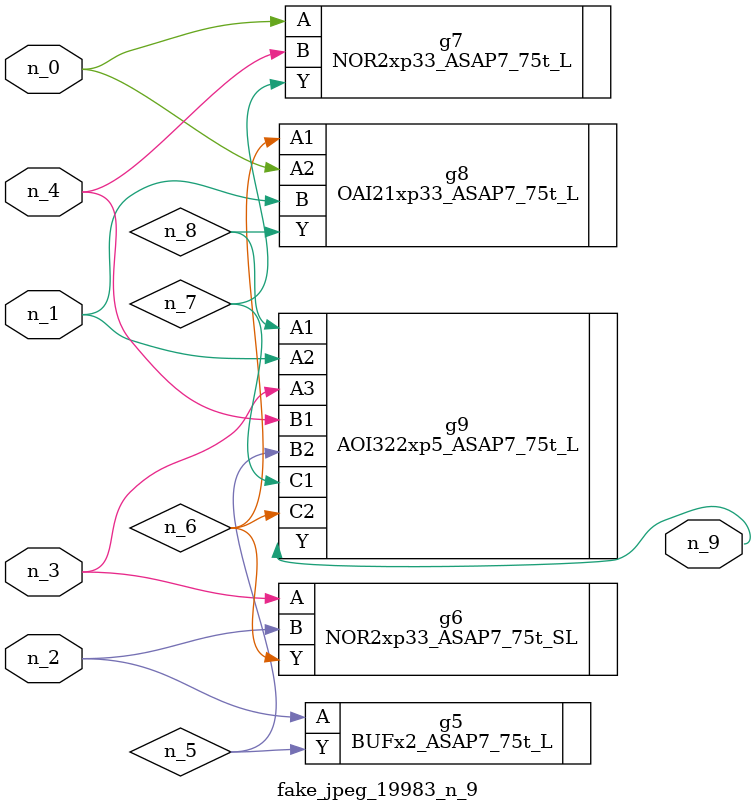
<source format=v>
module fake_jpeg_19983_n_9 (n_3, n_2, n_1, n_0, n_4, n_9);

input n_3;
input n_2;
input n_1;
input n_0;
input n_4;

output n_9;

wire n_8;
wire n_6;
wire n_5;
wire n_7;

BUFx2_ASAP7_75t_L g5 ( 
.A(n_2),
.Y(n_5)
);

NOR2xp33_ASAP7_75t_SL g6 ( 
.A(n_3),
.B(n_2),
.Y(n_6)
);

NOR2xp33_ASAP7_75t_L g7 ( 
.A(n_0),
.B(n_4),
.Y(n_7)
);

OAI21xp33_ASAP7_75t_L g8 ( 
.A1(n_6),
.A2(n_0),
.B(n_1),
.Y(n_8)
);

AOI322xp5_ASAP7_75t_L g9 ( 
.A1(n_8),
.A2(n_1),
.A3(n_3),
.B1(n_4),
.B2(n_5),
.C1(n_7),
.C2(n_6),
.Y(n_9)
);


endmodule
</source>
